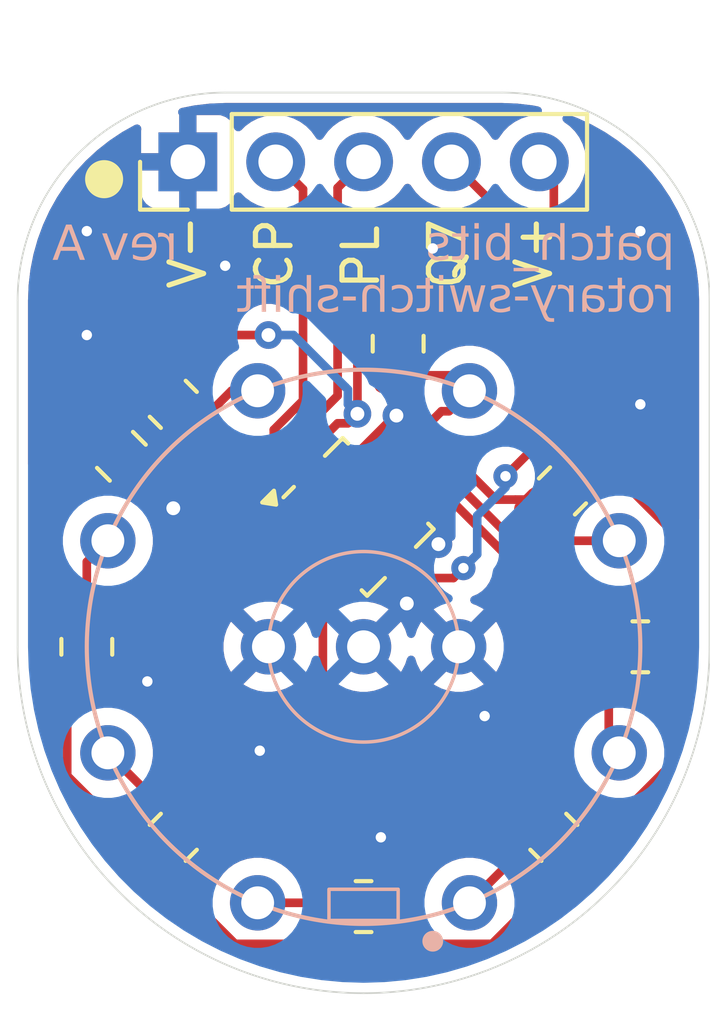
<source format=kicad_pcb>
(kicad_pcb (version 20241229) (generator "pcbnew") (generator_version "9.0")
  (layers (0 "F.Cu" signal) (2 "B.Cu" power) (13 "F.Paste" user) (15 "B.Paste" user) (5 "F.SilkS" user "F.Silkscreen") (7 "B.SilkS" user "B.Silkscreen") (1 "F.Mask" user) (3 "B.Mask" user) (25 "Edge.Cuts" user))
  (net 0 "")
  (net 1 "GND")
  (net 2 "+3.3V")
  (net 3 "/GP_Q7")
  (net 4 "/GP_CP")
  (net 5 "/GP_PL")
  (net 6 "Net-(U1-D0)")
  (net 7 "Net-(U1-D1)")
  (net 8 "Net-(U1-D2)")
  (net 9 "Net-(U1-D3)")
  (net 10 "Net-(U1-D4)")
  (net 11 "Net-(U1-D5)")
  (net 12 "Net-(U1-D6)")
  (net 13 "Net-(U1-D7)")
  (footprint "Resistor_SMD:R_0805_2012Metric" (layer "F.Cu") (at 148 75)
    (property "Reference" "R2" (hide yes))
    (property "Value" "10k")
    (fp_line (start -0.227064 -0.735) (end 0.227064 -0.735) (stroke (width 0.12)) (layer "F.SilkS"))
    (fp_line (start -0.227064 0.735) (end 0.227064 0.735) (stroke (width 0.12)) (layer "F.SilkS"))
    (pad "1" smd roundrect (at -0.9125 0) (size 1.025 1.4) (layers "F.Cu" "F.Mask" "F.Paste") (roundrect_rratio 0.243902) (net 7 "Net-(U1-D1)"))
    (pad "2" smd roundrect (at 0.9125 0) (size 1.025 1.4) (layers "F.Cu" "F.Mask" "F.Paste") (roundrect_rratio 0.243902) (net 2 "+3.3V"))
  )
  (footprint "Package_DFN_QFN:DHVQFN-16-1EP_2.5x3.5mm_P0.5mm_EP1x2mm" (layer "F.Cu") (at 139.75 71.25 45)
    (property "Reference" "U1" (hide yes))
    (property "Value" "74HC165")
    (fp_line (start -0.635 -1.86) (end -1.06 -1.86) (stroke (width 0.12)) (layer "F.SilkS"))
    (fp_line (start 0.635 -1.86) (end 1.36 -1.86) (stroke (width 0.12)) (layer "F.SilkS"))
    (fp_line (start 1.36 -1.86) (end 1.36 -1.635) (stroke (width 0.12)) (layer "F.SilkS"))
    (fp_line (start -1.36 1.86) (end -1.36 1.635) (stroke (width 0.12)) (layer "F.SilkS"))
    (fp_line (start -0.635 1.86) (end -1.36 1.86) (stroke (width 0.12)) (layer "F.SilkS"))
    (fp_line (start 0.635 1.86) (end 1.36 1.86) (stroke (width 0.12)) (layer "F.SilkS"))
    (fp_line (start 1.36 1.86) (end 1.36 1.635) (stroke (width 0.12)) (layer "F.SilkS"))
    (fp_poly (pts (xy -1.36 -1.86) (xy -1.6 -2.19) (xy -1.12 -2.19)) (stroke (width 0.12)) (fill yes) (layer "F.SilkS"))
    (pad "1" smd roundrect (at -0.25 -1.6875 45) (size 0.25 0.825) (layers "F.Cu" "F.Mask" "F.Paste") (net 5 "/GP_PL"))
    (pad "2" smd roundrect (at -1.1875 -1.25 45) (size 0.825 0.25) (layers "F.Cu" "F.Mask" "F.Paste") (net 4 "/GP_CP"))
    (pad "3" smd roundrect (at -1.1875 -0.75 45) (size 0.825 0.25) (layers "F.Cu" "F.Mask" "F.Paste") (net 10 "Net-(U1-D4)"))
    (pad "4" smd roundrect (at -1.1875 -0.25 45) (size 0.825 0.25) (layers "F.Cu" "F.Mask" "F.Paste") (net 11 "Net-(U1-D5)"))
    (pad "5" smd roundrect (at -1.1875 0.25 45) (size 0.825 0.25) (layers "F.Cu" "F.Mask" "F.Paste") (net 12 "Net-(U1-D6)"))
    (pad "6" smd roundrect (at -1.1875 0.75 45) (size 0.825 0.25) (layers "F.Cu" "F.Mask" "F.Paste") (net 13 "Net-(U1-D7)"))
    (pad "7" smd roundrect (at -1.1875 1.25 45) (size 0.825 0.25) (layers "F.Cu" "F.Mask" "F.Paste"))
    (pad "8" smd roundrect (at -0.25 1.6875 45) (size 0.25 0.825) (layers "F.Cu" "F.Mask" "F.Paste") (net 1 "GND"))
    (pad "9" smd roundrect (at 0.25 1.6875 45) (size 0.25 0.825) (layers "F.Cu" "F.Mask" "F.Paste") (net 3 "/GP_Q7"))
    (pad "10" smd roundrect (at 1.1875 1.25 45) (size 0.825 0.25) (layers "F.Cu" "F.Mask" "F.Paste") (net 1 "GND"))
    (pad "11" smd roundrect (at 1.1875 0.75 45) (size 0.825 0.25) (layers "F.Cu" "F.Mask" "F.Paste") (net 6 "Net-(U1-D0)"))
    (pad "12" smd roundrect (at 1.1875 0.25 45) (size 0.825 0.25) (layers "F.Cu" "F.Mask" "F.Paste") (net 7 "Net-(U1-D1)"))
    (pad "13" smd roundrect (at 1.1875 -0.25 45) (size 0.825 0.25) (layers "F.Cu" "F.Mask" "F.Paste") (net 8 "Net-(U1-D2)"))
    (pad "14" smd roundrect (at 1.1875 -0.75 45) (size 0.825 0.25) (layers "F.Cu" "F.Mask" "F.Paste") (net 9 "Net-(U1-D3)"))
    (pad "15" smd roundrect (at 1.1875 -1.25 45) (size 0.825 0.25) (layers "F.Cu" "F.Mask" "F.Paste") (net 1 "GND"))
    (pad "16" smd roundrect (at 0.25 -1.6875 45) (size 0.25 0.825) (layers "F.Cu" "F.Mask" "F.Paste") (net 2 "+3.3V"))
    (pad "17" smd rect (at 0 0 45) (size 1 2) (property pad_prop_heatsink) (layers "F.Cu" "F.Mask"))
  )
  (footprint "Resistor_SMD:R_0805_2012Metric" (layer "F.Cu") (at 134.5 68 135)
    (property "Reference" "R5" (hide yes))
    (property "Value" "10k")
    (fp_line (start -0.227064 -0.735) (end 0.227064 -0.735) (stroke (width 0.12)) (layer "F.SilkS"))
    (fp_line (start -0.227064 0.735) (end 0.227064 0.735) (stroke (width 0.12)) (layer "F.SilkS"))
    (pad "1" smd roundrect (at -0.9125 0 135) (size 1.025 1.4) (layers "F.Cu" "F.Mask" "F.Paste") (roundrect_rratio 0.243902) (net 10 "Net-(U1-D4)"))
    (pad "2" smd roundrect (at 0.9125 0 135) (size 1.025 1.4) (layers "F.Cu" "F.Mask" "F.Paste") (roundrect_rratio 0.243902) (net 2 "+3.3V"))
  )
  (footprint "Resistor_SMD:R_0805_2012Metric" (layer "F.Cu") (at 145.5 80.5 -45)
    (property "Reference" "R1" (hide yes))
    (property "Value" "10k")
    (fp_line (start -0.227064 0.735) (end 0.227064 0.735) (stroke (width 0.12)) (layer "F.SilkS"))
    (fp_line (start -0.227064 -0.735) (end 0.227064 -0.735) (stroke (width 0.12)) (layer "F.SilkS"))
    (pad "1" smd roundrect (at -0.9125 0 315) (size 1.025 1.4) (layers "F.Cu" "F.Mask" "F.Paste") (roundrect_rratio 0.243902) (net 6 "Net-(U1-D0)"))
    (pad "2" smd roundrect (at 0.9125 0 315) (size 1.025 1.4) (layers "F.Cu" "F.Mask" "F.Paste") (roundrect_rratio 0.243902) (net 2 "+3.3V"))
  )
  (footprint "Resistor_SMD:R_0805_2012Metric" (layer "F.Cu") (at 134.5 80.5 -135)
    (property "Reference" "R7" (hide yes))
    (property "Value" "10k")
    (fp_line (start -0.227064 0.735) (end 0.227064 0.735) (stroke (width 0.12)) (layer "F.SilkS"))
    (fp_line (start -0.227064 -0.735) (end 0.227064 -0.735) (stroke (width 0.12)) (layer "F.SilkS"))
    (pad "1" smd roundrect (at -0.9125 0 225) (size 1.025 1.4) (layers "F.Cu" "F.Mask" "F.Paste") (roundrect_rratio 0.243902) (net 12 "Net-(U1-D6)"))
    (pad "2" smd roundrect (at 0.9125 0 225) (size 1.025 1.4) (layers "F.Cu" "F.Mask" "F.Paste") (roundrect_rratio 0.243902) (net 2 "+3.3V"))
  )
  (footprint "Resistor_SMD:R_0805_2012Metric" (layer "F.Cu") (at 132 75 -90)
    (property "Reference" "R6" (hide yes))
    (property "Value" "10k")
    (fp_line (start -0.227064 0.735) (end 0.227064 0.735) (stroke (width 0.12)) (layer "F.SilkS"))
    (fp_line (start -0.227064 -0.735) (end 0.227064 -0.735) (stroke (width 0.12)) (layer "F.SilkS"))
    (pad "1" smd roundrect (at -0.9125 0 270) (size 1.025 1.4) (layers "F.Cu" "F.Mask" "F.Paste") (roundrect_rratio 0.243902) (net 11 "Net-(U1-D5)"))
    (pad "2" smd roundrect (at 0.9125 0 270) (size 1.025 1.4) (layers "F.Cu" "F.Mask" "F.Paste") (roundrect_rratio 0.243902) (net 2 "+3.3V"))
  )
  (footprint "Resistor_SMD:R_0805_2012Metric" (layer "F.Cu") (at 145.75 70.5 45)
    (property "Reference" "R3" (hide yes))
    (property "Value" "10k")
    (fp_line (start -0.227064 -0.735) (end 0.227064 -0.735) (stroke (width 0.12)) (layer "F.SilkS"))
    (fp_line (start -0.227064 0.735) (end 0.227064 0.735) (stroke (width 0.12)) (layer "F.SilkS"))
    (pad "1" smd roundrect (at -0.9125 0 45) (size 1.025 1.4) (layers "F.Cu" "F.Mask" "F.Paste") (roundrect_rratio 0.243902) (net 8 "Net-(U1-D2)"))
    (pad "2" smd roundrect (at 0.9125 0 45) (size 1.025 1.4) (layers "F.Cu" "F.Mask" "F.Paste") (roundrect_rratio 0.243902) (net 2 "+3.3V"))
  )
  (footprint "Resistor_SMD:R_0805_2012Metric" (layer "F.Cu") (at 141 66.25 90)
    (property "Reference" "R4" (hide yes))
    (property "Value" "10k")
    (fp_line (start -0.227064 -0.735) (end 0.227064 -0.735) (stroke (width 0.12)) (layer "F.SilkS"))
    (fp_line (start -0.227064 0.735) (end 0.227064 0.735) (stroke (width 0.12)) (layer "F.SilkS"))
    (pad "1" smd roundrect (at -0.9125 0 90) (size 1.025 1.4) (layers "F.Cu" "F.Mask" "F.Paste") (roundrect_rratio 0.243902) (net 9 "Net-(U1-D3)"))
    (pad "2" smd roundrect (at 0.9125 0 90) (size 1.025 1.4) (layers "F.Cu" "F.Mask" "F.Paste") (roundrect_rratio 0.243902) (net 2 "+3.3V"))
  )
  (footprint "Connector_PinHeader_2.54mm:PinHeader_1x05_P2.54mm_Vertical" (layer "F.Cu") (at 134.92 61 90)
    (property "Reference" "J1" (hide yes))
    (property "Value" "Conn_01x05")
    (fp_line (start -1.38 -1.38) (end 0 -1.38) (stroke (width 0.12)) (layer "F.SilkS"))
    (fp_line (start -1.38 0) (end -1.38 -1.38) (stroke (width 0.12)) (layer "F.SilkS"))
    (fp_line (start 1.38 1.27) (end 1.38 11.54) (stroke (width 0.12)) (layer "F.SilkS"))
    (fp_line (start -1.38 1.27) (end 1.38 1.27) (stroke (width 0.12)) (layer "F.SilkS"))
    (fp_line (start -1.38 1.27) (end -1.38 11.54) (stroke (width 0.12)) (layer "F.SilkS"))
    (fp_line (start -1.38 11.54) (end 1.38 11.54) (stroke (width 0.12)) (layer "F.SilkS"))
    (pad "1" thru_hole rect (at 0 0 90) (size 1.7 1.7) (drill 1) (layers "*.Cu" "*.Mask") (net 1 "GND"))
    (pad "2" thru_hole circle (at 0 2.54 90) (size 1.7 1.7) (drill 1) (layers "*.Cu" "*.Mask") (net 4 "/GP_CP"))
    (pad "3" thru_hole circle (at 0 5.08 90) (size 1.7 1.7) (drill 1) (layers "*.Cu" "*.Mask") (net 5 "/GP_PL"))
    (pad "4" thru_hole circle (at 0 7.62 90) (size 1.7 1.7) (drill 1) (layers "*.Cu" "*.Mask") (net 3 "/GP_Q7"))
    (pad "5" thru_hole circle (at 0 10.16 90) (size 1.7 1.7) (drill 1) (layers "*.Cu" "*.Mask") (net 2 "+3.3V"))
  )
  (footprint "Capacitor_SMD:C_0805_2012Metric" (layer "F.Cu") (at 133 69.5 -45)
    (property "Reference" "C1" (hide yes))
    (property "Value" "100nF")
    (fp_line (start -0.261253 0.735) (end 0.261253 0.735) (stroke (width 0.12)) (layer "F.SilkS"))
    (fp_line (start -0.261253 -0.735) (end 0.261253 -0.735) (stroke (width 0.12)) (layer "F.SilkS"))
    (pad "1" smd roundrect (at -0.949999 0 315) (size 1 1.45) (layers "F.Cu" "F.Mask" "F.Paste") (net 2 "+3.3V"))
    (pad "2" smd roundrect (at 0.949999 0 315) (size 1 1.45) (layers "F.Cu" "F.Mask" "F.Paste") (net 1 "GND"))
  )
  (footprint "Resistor_SMD:R_0805_2012Metric" (layer "F.Cu") (at 140 82.5)
    (property "Reference" "R8" (hide yes))
    (property "Value" "10k")
    (fp_line (start -0.227064 -0.735) (end 0.227064 -0.735) (stroke (width 0.12)) (layer "F.SilkS"))
    (fp_line (start -0.227064 0.735) (end 0.227064 0.735) (stroke (width 0.12)) (layer "F.SilkS"))
    (pad "1" smd roundrect (at -0.9125 0) (size 1.025 1.4) (layers "F.Cu" "F.Mask" "F.Paste") (roundrect_rratio 0.243902) (net 13 "Net-(U1-D7)"))
    (pad "2" smd roundrect (at 0.9125 0) (size 1.025 1.4) (layers "F.Cu" "F.Mask" "F.Paste") (roundrect_rratio 0.243902) (net 2 "+3.3V"))
  )
  (footprint "elemental_switch:Switch_Rotary_SR16_1P8T_16mm" (layer "B.Cu") (at 140 75 180)
    (property "Reference" "SW1" (hide yes))
    (property "Value" "SW_Rotary_1x8_MP")
    (fp_rect (start -1 -7) (end 1 -7.9) (stroke (width 0.1)) (fill no) (layer "B.SilkS"))
    (fp_circle (center 0 0) (end 2.75 0) (stroke (width 0.1)) (fill no) (layer "B.SilkS"))
    (fp_circle (center 0 0) (end 0 -8) (stroke (width 0.12)) (fill no) (layer "B.SilkS"))
    (fp_circle (center -2 -8.5) (end -1.75 -8.5) (stroke (width 0.1)) (fill yes) (layer "B.SilkS"))
    (pad "1" thru_hole circle (at -3.061467 -7.391036) (size 1.6 1.6) (drill 0.95) (layers "*.Cu" "*.Mask") (net 6 "Net-(U1-D0)"))
    (pad "2" thru_hole circle (at -7.391036 -3.061467) (size 1.6 1.6) (drill 0.95) (layers "*.Cu" "*.Mask") (net 7 "Net-(U1-D1)"))
    (pad "3" thru_hole circle (at -7.391036 3.061467) (size 1.6 1.6) (drill 0.95) (layers "*.Cu" "*.Mask") (net 8 "Net-(U1-D2)"))
    (pad "4" thru_hole circle (at -3.061467 7.391036) (size 1.6 1.6) (drill 0.95) (layers "*.Cu" "*.Mask") (net 9 "Net-(U1-D3)"))
    (pad "5" thru_hole circle (at 3.061467 7.391036) (size 1.6 1.6) (drill 0.95) (layers "*.Cu" "*.Mask") (net 10 "Net-(U1-D4)"))
    (pad "6" thru_hole circle (at 7.391036 3.061467) (size 1.6 1.6) (drill 0.95) (layers "*.Cu" "*.Mask") (net 11 "Net-(U1-D5)"))
    (pad "7" thru_hole circle (at 7.391036 -3.061467) (size 1.6 1.6) (drill 0.95) (layers "*.Cu" "*.Mask") (net 12 "Net-(U1-D6)"))
    (pad "8" thru_hole circle (at 3.061467 -7.391036) (size 1.6 1.6) (drill 0.95) (layers "*.Cu" "*.Mask") (net 13 "Net-(U1-D7)"))
    (pad "A" thru_hole circle (at -2.75 0) (size 1.6 1.6) (drill 0.95) (layers "*.Cu" "*.Mask") (net 1 "GND"))
    (pad "B" thru_hole circle (at 0 0) (size 1.6 1.6) (drill 0.95) (layers "*.Cu" "*.Mask") (net 1 "GND"))
    (pad "C" thru_hole circle (at 2.75 0) (size 1.6 1.6) (drill 0.95) (layers "*.Cu" "*.Mask") (net 1 "GND"))
  )
  (gr_circle (center 132.5 61.5) (end 133 61.5) (stroke (width 0.1)) (fill yes) (layer "F.SilkS"))
  (gr_arc (start 150 75) (mid 147.071068 82.071068) (end 140 85) (stroke (width 0.05)) (layer "Edge.Cuts"))
  (gr_arc (start 140 85) (mid 132.928932 82.071068) (end 130 75) (stroke (width 0.05)) (layer "Edge.Cuts"))
  (gr_arc (start 130 65) (mid 131.757359 60.757359) (end 136 59) (stroke (width 0.05)) (layer "Edge.Cuts"))
  (gr_line (start 130 65) (end 130 75) (stroke (width 0.05)) (layer "Edge.Cuts"))
  (gr_line (start 144 59) (end 136 59) (stroke (width 0.05)) (layer "Edge.Cuts"))
  (gr_line (start 150 65) (end 150 75) (stroke (width 0.05)) (layer "Edge.Cuts"))
  (gr_arc (start 144 59) (mid 148.242641 60.757359) (end 150 65) (stroke (width 0.05)) (layer "Edge.Cuts"))
  (gr_text "PL" (at 139.92 64.75 90) (layer "F.SilkS") (effects (font (size 1 1)) (justify left)))
  (gr_text "V-" (at 134.92 64.75 90) (layer "F.SilkS") (effects (font (size 1 1)) (justify left)))
  (gr_text "CP" (at 137.42 64.75 90) (layer "F.SilkS") (effects (font (size 1 1)) (justify left)))
  (gr_text "Q7" (at 142.42 64.75 90) (layer "F.SilkS") (effects (font (size 1 1)) (justify left)))
  (gr_text "V+" (at 144.92 64.75 90) (layer "F.SilkS") (effects (font (size 1 1)) (justify left)))
  (gr_text "patch_bits" (at 149 64 0) (layer "B.SilkS") (effects (font (size 1 1)) (justify left bottom mirror)))
  (gr_text "rev A" (at 131 64 0) (layer "B.SilkS") (effects (font (size 1 1)) (justify right bottom mirror)))
  (gr_text "rotary-switch-shift" (at 149 65.5 0) (layer "B.SilkS") (effects (font (size 1 1)) (justify left bottom mirror)))
  (segment (start 140.95 68.325) (end 140.900663 68.374337) (width 0.25) (layer "F.Cu") (net 1))
  (segment (start 140.857896 68.374337) (end 139.705806 69.526427) (width 0.25) (layer "F.Cu") (net 1))
  (segment (start 140.766466 72.620019) (end 140.766466 73.266466) (width 0.25) (layer "F.Cu") (net 1))
  (segment (start 140.900663 68.374337) (end 140.857896 68.374337) (width 0.25) (layer "F.Cu") (net 1))
  (segment (start 133.671751 70.171751) (end 134.5 71) (width 0.25) (layer "F.Cu") (net 1))
  (segment (start 140.766466 73.266466) (end 141.25 73.75) (width 0.25) (layer "F.Cu") (net 1))
  (segment (start 142.16388 72.03612) (end 141.473573 71.345812) (width 0.2) (layer "F.Cu") (net 1))
  (segment (start 141.473573 71.345812) (end 141.473573 71.294194) (width 0.2) (layer "F.Cu") (net 1))
  (via (at 148 68) (size 0.6) (drill 0.3) (layers "F.Cu" "B.Cu") (net 1))
  (via (at 142.16388 72.03612) (size 0.8) (drill 0.4) (layers "F.Cu" "B.Cu") (net 1))
  (via (at 140.95 68.325) (size 0.8) (drill 0.4) (layers "F.Cu" "B.Cu") (net 1))
  (via (at 137 78) (size 0.6) (drill 0.3) (layers "F.Cu" "B.Cu") (net 1))
  (via (at 141.25 73.75) (size 0.8) (drill 0.4) (layers "F.Cu" "B.Cu") (net 1))
  (via (at 142 63.5) (size 0.6) (drill 0.3) (layers "F.Cu" "B.Cu") (net 1))
  (via (at 132 63) (size 0.6) (drill 0.3) (layers "F.Cu" "B.Cu") (net 1))
  (via (at 134.5 71) (size 0.8) (drill 0.4) (layers "F.Cu" "B.Cu") (net 1))
  (via (at 148 63) (size 0.6) (drill 0.3) (layers "F.Cu" "B.Cu") (net 1))
  (via (at 133.75 76) (size 0.6) (drill 0.3) (layers "F.Cu" "B.Cu") (net 1))
  (via (at 140.5 80.5) (size 0.6) (drill 0.3) (layers "F.Cu" "B.Cu") (net 1))
  (via (at 143.5 77) (size 0.6) (drill 0.3) (layers "F.Cu" "B.Cu") (net 1))
  (via (at 136 64) (size 0.6) (drill 0.3) (layers "F.Cu" "B.Cu") (net 1))
  (via (at 132 66) (size 0.6) (drill 0.3) (layers "F.Cu" "B.Cu") (net 1))
  (segment (start 131.432964 78.723434) (end 131.432964 75.345464) (width 0.25) (layer "F.Cu") (net 2))
  (segment (start 130.924 74.8365) (end 132 75.9125) (width 0.25) (layer "F.Cu") (net 2))
  (segment (start 148.9125 78.37797) (end 148.9125 75) (width 0.25) (layer "F.Cu") (net 2))
  (segment (start 145.5 68.95953) (end 146.395235 69.854765) (width 0.25) (layer "F.Cu") (net 2))
  (segment (start 139.822012 68.274004) (end 139.822012 66.515488) (width 0.25) (layer "F.Cu") (net 2))
  (segment (start 133.854765 67.354765) (end 130.924 70.28553) (width 0.25) (layer "F.Cu") (net 2))
  (segment (start 139.8365 83.576) (end 143.71447 83.576) (width 0.25) (layer "F.Cu") (net 2))
  (segment (start 133.854765 81.145235) (end 136.28553 83.576) (width 0.25) (layer "F.Cu") (net 2))
  (segment (start 147.111132 69.854765) (end 146.395235 69.854765) (width 0.25) (layer "F.Cu") (net 2))
  (segment (start 139.822012 66.515488) (end 141 65.3375) (width 0.25) (layer "F.Cu") (net 2))
  (segment (start 145.5 64.275) (end 145.5 68.95953) (width 0.25) (layer "F.Cu") (net 2))
  (segment (start 145.5 61.42) (end 145.08 61) (width 0.25) (layer "F.Cu") (net 2))
  (segment (start 130.924 70.28553) (end 130.924 74.8365) (width 0.25) (layer "F.Cu") (net 2))
  (segment (start 139.822012 68.274004) (end 139.548008 68.548008) (width 0.25) (layer "F.Cu") (net 2))
  (segment (start 135.20953 66) (end 133.854765 67.354765) (width 0.25) (layer "F.Cu") (net 2))
  (segment (start 133.854765 81.145235) (end 131.432964 78.723434) (width 0.25) (layer "F.Cu") (net 2))
  (segment (start 148.9125 75) (end 148.9125 71.656133) (width 0.25) (layer "F.Cu") (net 2))
  (segment (start 148.9125 71.656133) (end 147.111132 69.854765) (width 0.25) (layer "F.Cu") (net 2))
  (segment (start 145.5 64.275) (end 145.5 61.42) (width 0.25) (layer "F.Cu") (net 2))
  (segment (start 143.71447 83.576) (end 146.145235 81.145235) (width 0.25) (layer "F.Cu") (net 2))
  (segment (start 139.548008 68.548008) (end 139.25 68.548008) (width 0.25) (layer "F.Cu") (net 2))
  (segment (start 138.733534 69.064474) (end 138.733534 69.879981) (width 0.25) (layer "F.Cu") (net 2))
  (segment (start 139.25 68.548008) (end 138.733534 69.064474) (width 0.25) (layer "F.Cu") (net 2))
  (segment (start 131.16875 75.08125) (end 132 75.9125) (width 0.25) (layer "F.Cu") (net 2))
  (segment (start 139.8365 83.576) (end 140.9125 82.5) (width 0.25) (layer "F.Cu") (net 2))
  (segment (start 146.145235 81.145235) (end 148.9125 78.37797) (width 0.25) (layer "F.Cu") (net 2))
  (segment (start 131.432964 75.345464) (end 131.16875 75.08125) (width 0.25) (layer "F.Cu") (net 2))
  (segment (start 136.28553 83.576) (end 139.8365 83.576) (width 0.25) (layer "F.Cu") (net 2))
  (segment (start 137.25 66) (end 135.20953 66) (width 0.25) (layer "F.Cu") (net 2))
  (via (at 139.822012 68.274004) (size 0.8) (drill 0.4) (layers "F.Cu" "B.Cu") (net 2))
  (via (at 137.25 66) (size 0.8) (drill 0.4) (layers "F.Cu" "B.Cu") (net 2))
  (segment (start 137.975 66) (end 139.475 67.5) (width 0.25) (layer "B.Cu") (net 2))
  (segment (start 139.475 67.5) (end 139.475 67.500317) (width 0.25) (layer "B.Cu") (net 2))
  (segment (start 139.548008 68) (end 139.822012 68.274004) (width 0.25) (layer "B.Cu") (net 2))
  (segment (start 139.548008 67.573325) (end 139.548008 68) (width 0.25) (layer "B.Cu") (net 2))
  (segment (start 139.475 67.500317) (end 139.548008 67.573325) (width 0.25) (layer "B.Cu") (net 2))
  (segment (start 137.25 66) (end 137.975 66) (width 0.25) (layer "B.Cu") (net 2))
  (segment (start 142.54 61) (end 144.75 63.21) (width 0.25) (layer "F.Cu") (net 3))
  (segment (start 142.885804 72.728096) (end 142.598491 73.015409) (width 0.25) (layer "F.Cu") (net 3))
  (segment (start 142.598491 73.015409) (end 141.868962 73.015409) (width 0.25) (layer "F.Cu") (net 3))
  (segment (start 144.75 69.427298) (end 144.102298 70.075) (width 0.25) (layer "F.Cu") (net 3))
  (segment (start 144.75 63.21) (end 144.75 69.427298) (width 0.25) (layer "F.Cu") (net 3))
  (segment (start 141.868962 73.015409) (end 141.120019 72.266466) (width 0.25) (layer "F.Cu") (net 3))
  (via (at 144.102298 70.075) (size 0.7) (drill 0.3) (layers "F.Cu" "B.Cu") (net 3))
  (via (at 142.885804 72.728096) (size 0.7) (drill 0.3) (layers "F.Cu" "B.Cu") (net 3))
  (segment (start 144.102298 70.397702) (end 144.102298 70.075) (width 0.25) (layer "B.Cu") (net 3))
  (segment (start 143.284591 72.329309) (end 143.284591 71.215409) (width 0.25) (layer "B.Cu") (net 3))
  (segment (start 142.885804 72.728096) (end 143.284591 72.329309) (width 0.25) (layer "B.Cu") (net 3))
  (segment (start 143.284591 71.215409) (end 144.102298 70.397702) (width 0.25) (layer "B.Cu") (net 3))
  (segment (start 137.46 61) (end 138.25 61.79) (width 0.25) (layer "F.Cu") (net 4))
  (segment (start 137.404938 68.734964) (end 137.404938 70.584317) (width 0.25) (layer "F.Cu") (net 4))
  (segment (start 138.25 67.889902) (end 137.404938 68.734964) (width 0.25) (layer "F.Cu") (net 4))
  (segment (start 138.25 61.79) (end 138.25 67.889902) (width 0.25) (layer "F.Cu") (net 4))
  (segment (start 137.404938 70.584317) (end 138.026427 71.205806) (width 0.25) (layer "F.Cu") (net 4))
  (segment (start 138.233534 70.233534) (end 138.379981 70.233534) (width 0.25) (layer "F.Cu") (net 5))
  (segment (start 139.25 61.75) (end 139.25 67.75) (width 0.25) (layer "F.Cu") (net 5))
  (segment (start 138 69) (end 138 70) (width 0.25) (layer "F.Cu") (net 5))
  (segment (start 139.25 67.75) (end 138 69) (width 0.25) (layer "F.Cu") (net 5))
  (segment (start 138 70) (end 138.233534 70.233534) (width 0.25) (layer "F.Cu") (net 5))
  (segment (start 140 61) (end 139.25 61.75) (width 0.25) (layer "F.Cu") (net 5))
  (segment (start 141.61066 70.45) (end 141.120019 70.940641) (width 0.25) (layer "F.Cu") (net 6))
  (segment (start 144.854765 79.854765) (end 144.854765 80.597738) (width 0.25) (layer "F.Cu") (net 6))
  (segment (start 144.854765 80.597738) (end 143.061467 82.391036) (width 0.25) (layer "F.Cu") (net 6))
  (segment (start 142.21219 70.45) (end 141.61066 70.45) (width 0.25) (layer "F.Cu") (net 6))
  (segment (start 144.854765 73.092575) (end 142.21219 70.45) (width 0.25) (layer "F.Cu") (net 6))
  (segment (start 144.854765 79.854765) (end 144.854765 73.092575) (width 0.25) (layer "F.Cu") (net 6))
  (segment (start 147.0875 75) (end 147.0875 77.757931) (width 0.25) (layer "F.Cu") (net 7))
  (segment (start 142.4 70) (end 147.0875 74.6875) (width 0.25) (layer "F.Cu") (net 7))
  (segment (start 141.353553 70) (end 142.4 70) (width 0.25) (layer "F.Cu") (net 7))
  (segment (start 140.766466 70.587087) (end 141.353553 70) (width 0.25) (layer "F.Cu") (net 7))
  (segment (start 147.0875 77.757931) (end 147.391036 78.061467) (width 0.25) (layer "F.Cu") (net 7))
  (segment (start 147.0875 74.6875) (end 147.0875 75) (width 0.25) (layer "F.Cu") (net 7))
  (segment (start 145.898063 71.938533) (end 145.104765 71.145235) (width 0.25) (layer "F.Cu") (net 8))
  (segment (start 143.822289 70.751) (end 144.382307 70.751) (width 0.25) (layer "F.Cu") (net 8))
  (segment (start 147.391036 71.938533) (end 145.898063 71.938533) (width 0.25) (layer "F.Cu") (net 8))
  (segment (start 144.382307 70.751) (end 144.383307 70.75) (width 0.25) (layer "F.Cu") (net 8))
  (segment (start 144.383307 70.75) (end 144.70953 70.75) (width 0.25) (layer "F.Cu") (net 8))
  (segment (start 140.412913 70.233534) (end 141.096447 69.55) (width 0.25) (layer "F.Cu") (net 8))
  (segment (start 144.70953 70.75) (end 145.104765 71.145235) (width 0.25) (layer "F.Cu") (net 8))
  (segment (start 141.096447 69.55) (end 142.621289 69.55) (width 0.25) (layer "F.Cu") (net 8))
  (segment (start 142.621289 69.55) (end 143.822289 70.751) (width 0.25) (layer "F.Cu") (net 8))
  (segment (start 142.615003 67.1625) (end 143.061467 67.608964) (width 0.25) (layer "F.Cu") (net 9))
  (segment (start 142.25 68.2) (end 142.470431 68.2) (width 0.25) (layer "F.Cu") (net 9))
  (segment (start 141.35 69.1) (end 142.25 68.2) (width 0.25) (layer "F.Cu") (net 9))
  (segment (start 140.128656 69.879981) (end 140.908637 69.1) (width 0.25) (layer "F.Cu") (net 9))
  (segment (start 140.059359 69.879981) (end 140.120019 69.879981) (width 0.25) (layer "F.Cu") (net 9))
  (segment (start 140.908637 69.1) (end 141.35 69.1) (width 0.25) (layer "F.Cu") (net 9))
  (segment (start 140.059359 69.879981) (end 140.128656 69.879981) (width 0.25) (layer "F.Cu") (net 9))
  (segment (start 141 67.1625) (end 142.615003 67.1625) (width 0.25) (layer "F.Cu") (net 9))
  (segment (start 143.25 67.420431) (end 143.061467 67.608964) (width 0.25) (layer "F.Cu") (net 9))
  (segment (start 142.470431 68.2) (end 143.061467 67.608964) (width 0.25) (layer "F.Cu") (net 9))
  (segment (start 138.052128 71.887212) (end 136.887212 71.887212) (width 0.25) (layer "F.Cu") (net 10))
  (segment (start 136.181506 67.608964) (end 135.145235 68.645235) (width 0.25) (layer "F.Cu") (net 10))
  (segment (start 138.379981 71.559359) (end 138.052128 71.887212) (width 0.25) (layer "F.Cu") (net 10))
  (segment (start 136.887212 71.887212) (end 135.145235 70.145235) (width 0.25) (layer "F.Cu") (net 10))
  (segment (start 135.145235 70.145235) (end 135.145235 68.645235) (width 0.25) (layer "F.Cu") (net 10))
  (segment (start 136.938533 67.608964) (end 136.181506 67.608964) (width 0.25) (layer "F.Cu") (net 10))
  (segment (start 137.907915 72.738532) (end 134.511468 72.738532) (width 0.25) (layer "F.Cu") (net 11))
  (segment (start 132 74.0875) (end 132 72.547497) (width 0.25) (layer "F.Cu") (net 11))
  (segment (start 134.511468 72.738532) (end 133.1625 74.0875) (width 0.25) (layer "F.Cu") (net 11))
  (segment (start 138.733534 71.912913) (end 137.907915 72.738532) (width 0.25) (layer "F.Cu") (net 11))
  (segment (start 133.1625 74.0875) (end 132 74.0875) (width 0.25) (layer "F.Cu") (net 11))
  (segment (start 132 72.547497) (end 132.608964 71.938533) (width 0.25) (layer "F.Cu") (net 11))
  (segment (start 139.087087 72.266466) (end 138.103553 73.25) (width 0.25) (layer "F.Cu") (net 12))
  (segment (start 135.5 73.25) (end 135 73.75) (width 0.25) (layer "F.Cu") (net 12))
  (segment (start 135 79.70953) (end 135.145235 79.854765) (width 0.25) (layer "F.Cu") (net 12))
  (segment (start 135.145235 79.854765) (end 134.402262 79.854765) (width 0.25) (layer "F.Cu") (net 12))
  (segment (start 135 73.75) (end 135 79.70953) (width 0.25) (layer "F.Cu") (net 12))
  (segment (start 138.103553 73.25) (end 135.5 73.25) (width 0.25) (layer "F.Cu") (net 12))
  (segment (start 134.402262 79.854765) (end 132.608964 78.061467) (width 0.25) (layer "F.Cu") (net 12))
  (segment (start 136.938533 82.391036) (end 138.978536 82.391036) (width 0.25) (layer "F.Cu") (net 13))
  (segment (start 138.978536 82.391036) (end 139.0875 82.5) (width 0.25) (layer "F.Cu") (net 13))
  (segment (start 139.440641 72.620019) (end 138.824 73.23666) (width 0.25) (layer "F.Cu") (net 13))
  (segment (start 138.824 82.2365) (end 139.0875 82.5) (width 0.25) (layer "F.Cu") (net 13))
  (segment (start 138.824 73.23666) (end 138.824 82.2365) (width 0.25) (layer "F.Cu") (net 13))
  (zone (net 1) (net_name "GND") (layer "F.Cu") (connect_pads (clearance 0.5)) (min_thickness 0.25) (fill yes (thermal_gap 0.5) (thermal_bridge_width 0.5) (island_removal_mode 2) (island_area_min 5))
    (polygon (pts (xy 130 59) (xy 150 59) (xy 150 85) (xy 130 85)))
  )
  (zone (net 1) (net_name "GND") (layer "B.Cu") (priority 1) (connect_pads (clearance 0.5)) (min_thickness 0.25) (fill yes (thermal_gap 0.5) (thermal_bridge_width 0.5))
    (polygon (pts (xy 130 59) (xy 150 59) (xy 150 85) (xy 130 85)))
  )
)
</source>
